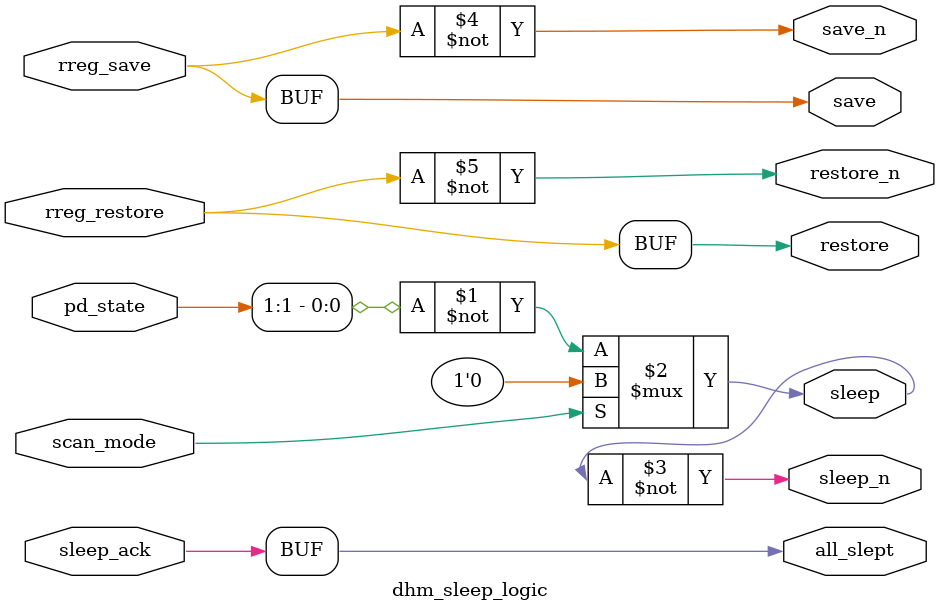
<source format=v>


module dhm_sleep_logic (
        scan_mode,
        pd_state,
        sleep,
        sleep_n,
        sleep_ack,
        all_slept,
        rreg_save,
        rreg_restore,
        save,
        save_n,
        restore,
        restore_n
);

input           scan_mode;
input   [2:0]   pd_state;
output          sleep;
output          sleep_n;
input           sleep_ack;
output          all_slept;
input           rreg_save;
input           rreg_restore;
output          save;
output          save_n;
output          restore;
output          restore_n;

// Important!
// The pd_state is reset to 0 when reset_n is asserted.
// This means that the sleep signals are asserted on reset,
// which means that the cores are powered down on reset.
// During ATPG, we need to ensure that the cores are powered up.
// Therefore, use scan_mode to force the cores on during ATPG.

assign sleep         = (scan_mode) ? 1'b0 : ~pd_state[1];
assign sleep_n       = ~sleep;

assign all_slept     = sleep_ack;

assign save          =  rreg_save;
assign save_n        = ~rreg_save;
assign restore       =  rreg_restore;
assign restore_n     = ~rreg_restore;

endmodule

////////////////////////////////////////////////////////////////////////////////
// end of file
////////////////////////////////////////////////////////////////////////////////

</source>
